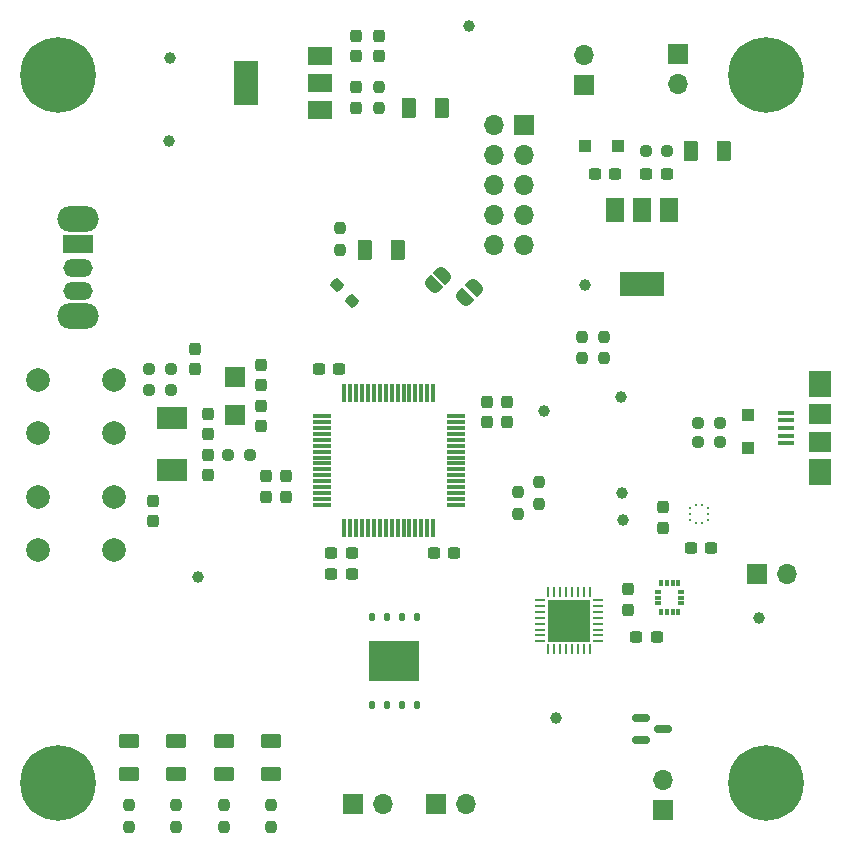
<source format=gbr>
%TF.GenerationSoftware,KiCad,Pcbnew,8.0.3-8.0.3-0~ubuntu22.04.1*%
%TF.CreationDate,2024-06-17T20:55:48-07:00*%
%TF.ProjectId,A1-FlightComputer,41312d46-6c69-4676-9874-436f6d707574,rev?*%
%TF.SameCoordinates,Original*%
%TF.FileFunction,Soldermask,Top*%
%TF.FilePolarity,Negative*%
%FSLAX46Y46*%
G04 Gerber Fmt 4.6, Leading zero omitted, Abs format (unit mm)*
G04 Created by KiCad (PCBNEW 8.0.3-8.0.3-0~ubuntu22.04.1) date 2024-06-17 20:55:48*
%MOMM*%
%LPD*%
G01*
G04 APERTURE LIST*
G04 Aperture macros list*
%AMRoundRect*
0 Rectangle with rounded corners*
0 $1 Rounding radius*
0 $2 $3 $4 $5 $6 $7 $8 $9 X,Y pos of 4 corners*
0 Add a 4 corners polygon primitive as box body*
4,1,4,$2,$3,$4,$5,$6,$7,$8,$9,$2,$3,0*
0 Add four circle primitives for the rounded corners*
1,1,$1+$1,$2,$3*
1,1,$1+$1,$4,$5*
1,1,$1+$1,$6,$7*
1,1,$1+$1,$8,$9*
0 Add four rect primitives between the rounded corners*
20,1,$1+$1,$2,$3,$4,$5,0*
20,1,$1+$1,$4,$5,$6,$7,0*
20,1,$1+$1,$6,$7,$8,$9,0*
20,1,$1+$1,$8,$9,$2,$3,0*%
%AMFreePoly0*
4,1,19,0.499999,-0.750000,0.000000,-0.750000,0.000000,-0.744912,-0.071157,-0.744911,-0.207708,-0.704816,-0.327430,-0.627875,-0.420627,-0.520320,-0.479746,-0.390866,-0.500000,-0.250000,-0.500000,0.250000,-0.479746,0.390866,-0.420627,0.520320,-0.327430,0.627875,-0.207708,0.704816,-0.071157,0.744911,0.000000,0.744912,0.000000,0.750000,0.499999,0.750000,0.499999,-0.750000,0.499999,-0.750000,
$1*%
%AMFreePoly1*
4,1,19,0.000000,0.744912,0.071157,0.744911,0.207708,0.704816,0.327430,0.627875,0.420627,0.520320,0.479746,0.390866,0.500000,0.250000,0.500000,-0.250000,0.479746,-0.390866,0.420627,-0.520320,0.327430,-0.627875,0.207708,-0.704816,0.071157,-0.744911,0.000000,-0.744912,0.000000,-0.750000,-0.499999,-0.750000,-0.499999,0.750000,0.000000,0.750000,0.000000,0.744912,0.000000,0.744912,
$1*%
G04 Aperture macros list end*
%ADD10RoundRect,0.237500X0.300000X0.237500X-0.300000X0.237500X-0.300000X-0.237500X0.300000X-0.237500X0*%
%ADD11RoundRect,0.237500X-0.237500X0.300000X-0.237500X-0.300000X0.237500X-0.300000X0.237500X0.300000X0*%
%ADD12RoundRect,0.250000X-0.625000X0.375000X-0.625000X-0.375000X0.625000X-0.375000X0.625000X0.375000X0*%
%ADD13RoundRect,0.237500X0.237500X-0.300000X0.237500X0.300000X-0.237500X0.300000X-0.237500X-0.300000X0*%
%ADD14FreePoly0,225.000000*%
%ADD15FreePoly1,225.000000*%
%ADD16RoundRect,0.237500X-0.250000X-0.237500X0.250000X-0.237500X0.250000X0.237500X-0.250000X0.237500X0*%
%ADD17RoundRect,0.237500X-0.344715X0.008839X0.008839X-0.344715X0.344715X-0.008839X-0.008839X0.344715X0*%
%ADD18RoundRect,0.250000X0.375000X0.625000X-0.375000X0.625000X-0.375000X-0.625000X0.375000X-0.625000X0*%
%ADD19RoundRect,0.237500X-0.237500X0.250000X-0.237500X-0.250000X0.237500X-0.250000X0.237500X0.250000X0*%
%ADD20C,1.000000*%
%ADD21RoundRect,0.125000X0.125000X-0.200000X0.125000X0.200000X-0.125000X0.200000X-0.125000X-0.200000X0*%
%ADD22R,4.300000X3.400000*%
%ADD23R,1.800000X1.750000*%
%ADD24RoundRect,0.150000X-0.587500X-0.150000X0.587500X-0.150000X0.587500X0.150000X-0.587500X0.150000X0*%
%ADD25RoundRect,0.237500X0.237500X-0.250000X0.237500X0.250000X-0.237500X0.250000X-0.237500X-0.250000X0*%
%ADD26C,6.400000*%
%ADD27RoundRect,0.075000X-0.700000X-0.075000X0.700000X-0.075000X0.700000X0.075000X-0.700000X0.075000X0*%
%ADD28RoundRect,0.075000X-0.075000X-0.700000X0.075000X-0.700000X0.075000X0.700000X-0.075000X0.700000X0*%
%ADD29R,1.700000X1.700000*%
%ADD30O,1.700000X1.700000*%
%ADD31RoundRect,0.250000X-0.300000X0.300000X-0.300000X-0.300000X0.300000X-0.300000X0.300000X0.300000X0*%
%ADD32R,2.500000X1.900000*%
%ADD33R,1.400000X0.400000*%
%ADD34R,1.900000X2.300000*%
%ADD35R,1.900000X1.800000*%
%ADD36C,2.000000*%
%ADD37R,1.500000X2.000000*%
%ADD38R,3.800000X2.000000*%
%ADD39RoundRect,0.237500X-0.300000X-0.237500X0.300000X-0.237500X0.300000X0.237500X-0.300000X0.237500X0*%
%ADD40O,3.500000X2.200000*%
%ADD41R,2.500000X1.500000*%
%ADD42O,2.500000X1.500000*%
%ADD43R,0.351536X0.576580*%
%ADD44R,0.576580X0.351536*%
%ADD45RoundRect,0.062500X0.062500X-0.375000X0.062500X0.375000X-0.062500X0.375000X-0.062500X-0.375000X0*%
%ADD46RoundRect,0.062500X0.375000X-0.062500X0.375000X0.062500X-0.375000X0.062500X-0.375000X-0.062500X0*%
%ADD47R,3.600000X3.600000*%
%ADD48R,0.254000X0.279400*%
%ADD49R,0.279400X0.254000*%
%ADD50R,2.000000X1.500000*%
%ADD51R,2.000000X3.800000*%
%ADD52RoundRect,0.250000X0.300000X0.300000X-0.300000X0.300000X-0.300000X-0.300000X0.300000X-0.300000X0*%
G04 APERTURE END LIST*
D10*
%TO.C,C207*%
X152551300Y-89692000D03*
X150826300Y-89692000D03*
%TD*%
D11*
%TO.C,C304*%
X175950000Y-92787500D03*
X175950000Y-94512500D03*
%TD*%
D12*
%TO.C,D303*%
X137700000Y-105600000D03*
X137700000Y-108400000D03*
%TD*%
D13*
%TO.C,C401*%
X154850000Y-47633100D03*
X154850000Y-45908100D03*
%TD*%
D14*
%TO.C,JP201*%
X160300000Y-66150000D03*
D15*
X159380762Y-67069238D03*
%TD*%
D16*
%TO.C,R201*%
X135402700Y-75960800D03*
X137227700Y-75960800D03*
%TD*%
D12*
%TO.C,D304*%
X133700000Y-105600000D03*
X133700000Y-108400000D03*
%TD*%
%TO.C,D301*%
X145700000Y-105600000D03*
X145700000Y-108400000D03*
%TD*%
D17*
%TO.C,R203*%
X151254765Y-67059530D03*
X152545235Y-68350000D03*
%TD*%
D18*
%TO.C,D201*%
X156450000Y-64050000D03*
X153650000Y-64050000D03*
%TD*%
D19*
%TO.C,R305*%
X137700000Y-111087500D03*
X137700000Y-112912500D03*
%TD*%
D13*
%TO.C,C302*%
X178917600Y-87579200D03*
X178917600Y-85854200D03*
%TD*%
D16*
%TO.C,R204*%
X142089500Y-81381600D03*
X143914500Y-81381600D03*
%TD*%
D11*
%TO.C,C214*%
X163982400Y-76912300D03*
X163982400Y-78637300D03*
%TD*%
D20*
%TO.C,TP204*%
X137150000Y-47800000D03*
%TD*%
%TO.C,TP401*%
X162486800Y-45106000D03*
%TD*%
%TO.C,TP206*%
X187000000Y-95200000D03*
%TD*%
D19*
%TO.C,R402*%
X154850000Y-50225000D03*
X154850000Y-52050000D03*
%TD*%
D21*
%TO.C,U202*%
X154228800Y-102597600D03*
X155498800Y-102597600D03*
X156768800Y-102597600D03*
X158038800Y-102597600D03*
X158038800Y-95097600D03*
X156768800Y-95097600D03*
X155498800Y-95097600D03*
X154228800Y-95097600D03*
D22*
X156133800Y-98847600D03*
%TD*%
D11*
%TO.C,C201*%
X144840000Y-73813500D03*
X144840000Y-75538500D03*
%TD*%
D23*
%TO.C,Y201*%
X142655600Y-78028200D03*
X142655600Y-74778200D03*
%TD*%
D14*
%TO.C,JP202*%
X162950000Y-67200000D03*
D15*
X162030762Y-68119238D03*
%TD*%
D20*
%TO.C,TP402*%
X172310000Y-67005600D03*
%TD*%
%TO.C,TP201*%
X175449200Y-84614000D03*
%TD*%
D24*
%TO.C,Q301*%
X177007200Y-103650000D03*
X177007200Y-105550000D03*
X178882200Y-104600000D03*
%TD*%
D10*
%TO.C,C402*%
X174824000Y-57658800D03*
X173099000Y-57658800D03*
%TD*%
D25*
%TO.C,R206*%
X172000000Y-73225000D03*
X172000000Y-71400000D03*
%TD*%
D26*
%TO.C,H104*%
X127678000Y-109200000D03*
%TD*%
D27*
%TO.C,U201*%
X150003000Y-78139400D03*
X150003000Y-78639400D03*
X150003000Y-79139400D03*
X150003000Y-79639400D03*
X150003000Y-80139400D03*
X150003000Y-80639400D03*
X150003000Y-81139400D03*
X150003000Y-81639400D03*
X150003000Y-82139400D03*
X150003000Y-82639400D03*
X150003000Y-83139400D03*
X150003000Y-83639400D03*
X150003000Y-84139400D03*
X150003000Y-84639400D03*
X150003000Y-85139400D03*
X150003000Y-85639400D03*
D28*
X151928000Y-87564400D03*
X152428000Y-87564400D03*
X152928000Y-87564400D03*
X153428000Y-87564400D03*
X153928000Y-87564400D03*
X154428000Y-87564400D03*
X154928000Y-87564400D03*
X155428000Y-87564400D03*
X155928000Y-87564400D03*
X156428000Y-87564400D03*
X156928000Y-87564400D03*
X157428000Y-87564400D03*
X157928000Y-87564400D03*
X158428000Y-87564400D03*
X158928000Y-87564400D03*
X159428000Y-87564400D03*
D27*
X161353000Y-85639400D03*
X161353000Y-85139400D03*
X161353000Y-84639400D03*
X161353000Y-84139400D03*
X161353000Y-83639400D03*
X161353000Y-83139400D03*
X161353000Y-82639400D03*
X161353000Y-82139400D03*
X161353000Y-81639400D03*
X161353000Y-81139400D03*
X161353000Y-80639400D03*
X161353000Y-80139400D03*
X161353000Y-79639400D03*
X161353000Y-79139400D03*
X161353000Y-78639400D03*
X161353000Y-78139400D03*
D28*
X159428000Y-76214400D03*
X158928000Y-76214400D03*
X158428000Y-76214400D03*
X157928000Y-76214400D03*
X157428000Y-76214400D03*
X156928000Y-76214400D03*
X156428000Y-76214400D03*
X155928000Y-76214400D03*
X155428000Y-76214400D03*
X154928000Y-76214400D03*
X154428000Y-76214400D03*
X153928000Y-76214400D03*
X153428000Y-76214400D03*
X152928000Y-76214400D03*
X152428000Y-76214400D03*
X151928000Y-76214400D03*
%TD*%
D20*
%TO.C,TP207*%
X139550000Y-91775000D03*
%TD*%
D19*
%TO.C,R205*%
X173900000Y-71400000D03*
X173900000Y-73225000D03*
%TD*%
D29*
%TO.C,J301*%
X178875000Y-111450000D03*
D30*
X178875000Y-108910000D03*
%TD*%
D20*
%TO.C,TP205*%
X175300000Y-76500000D03*
%TD*%
D11*
%TO.C,C405*%
X152868800Y-50276900D03*
X152868800Y-52001900D03*
%TD*%
D31*
%TO.C,D402*%
X186073100Y-78033100D03*
X186073100Y-80833100D03*
%TD*%
D32*
%TO.C,Y202*%
X137312400Y-82702400D03*
X137312400Y-78302400D03*
%TD*%
D33*
%TO.C,J402*%
X189350000Y-80432600D03*
X189350000Y-79782600D03*
X189350000Y-79132600D03*
X189350000Y-78482600D03*
X189350000Y-77832600D03*
D34*
X192200000Y-82882600D03*
D35*
X192200000Y-80282600D03*
X192200000Y-77982600D03*
D34*
X192200000Y-75382600D03*
%TD*%
D36*
%TO.C,SW202*%
X125950000Y-84937600D03*
X132450000Y-84937600D03*
X125950000Y-89437600D03*
X132450000Y-89437600D03*
%TD*%
D29*
%TO.C,J302*%
X186875000Y-91485000D03*
D30*
X189415000Y-91485000D03*
%TD*%
D13*
%TO.C,C212*%
X145293600Y-84958500D03*
X145293600Y-83233500D03*
%TD*%
D18*
%TO.C,D403*%
X184100000Y-55650000D03*
X181300000Y-55650000D03*
%TD*%
D20*
%TO.C,TP208*%
X168859200Y-77673200D03*
%TD*%
D37*
%TO.C,U401*%
X179410000Y-60655600D03*
X177110000Y-60655600D03*
D38*
X177110000Y-66955600D03*
D37*
X174810000Y-60655600D03*
%TD*%
D39*
%TO.C,C210*%
X149749700Y-74121400D03*
X151474700Y-74121400D03*
%TD*%
D40*
%TO.C,SW203*%
X129350000Y-61450000D03*
X129350000Y-69650000D03*
D41*
X129350000Y-63550000D03*
D42*
X129350000Y-65550000D03*
X129350000Y-67550000D03*
%TD*%
D16*
%TO.C,R401*%
X177414800Y-55677600D03*
X179239800Y-55677600D03*
%TD*%
D19*
%TO.C,R304*%
X141700000Y-111087500D03*
X141700000Y-112912500D03*
%TD*%
D18*
%TO.C,D404*%
X160214400Y-52053600D03*
X157414400Y-52053600D03*
%TD*%
D16*
%TO.C,R208*%
X181857600Y-78675400D03*
X183682600Y-78675400D03*
%TD*%
D39*
%TO.C,C404*%
X177466700Y-57658800D03*
X179191700Y-57658800D03*
%TD*%
D43*
%TO.C,U302*%
X180200000Y-92279400D03*
X179699999Y-92279400D03*
X179199999Y-92279400D03*
X178699998Y-92279400D03*
D44*
X178493699Y-92989701D03*
X178493699Y-93489700D03*
X178493699Y-93989699D03*
D43*
X178699998Y-94700000D03*
X179199999Y-94700000D03*
X179699999Y-94700000D03*
X180200000Y-94700000D03*
D44*
X180406299Y-93989699D03*
X180406299Y-93489700D03*
X180406299Y-92989701D03*
%TD*%
D10*
%TO.C,C209*%
X161238100Y-89712800D03*
X159513100Y-89712800D03*
%TD*%
D20*
%TO.C,TP203*%
X169800000Y-103650000D03*
%TD*%
D29*
%TO.C,J202*%
X152660000Y-111000000D03*
D30*
X155200000Y-111000000D03*
%TD*%
D16*
%TO.C,R207*%
X181859500Y-80301000D03*
X183684500Y-80301000D03*
%TD*%
D39*
%TO.C,C301*%
X181255500Y-89255600D03*
X182980500Y-89255600D03*
%TD*%
D26*
%TO.C,H103*%
X187622000Y-109200000D03*
%TD*%
D29*
%TO.C,J201*%
X159660000Y-111000000D03*
D30*
X162200000Y-111000000D03*
%TD*%
D19*
%TO.C,R303*%
X145700000Y-111087500D03*
X145700000Y-112912500D03*
%TD*%
D16*
%TO.C,R202*%
X135402700Y-74160800D03*
X137227700Y-74160800D03*
%TD*%
D45*
%TO.C,U303*%
X169200000Y-97887500D03*
X169700000Y-97887500D03*
X170200000Y-97887500D03*
X170700000Y-97887500D03*
X171200000Y-97887500D03*
X171700000Y-97887500D03*
X172200000Y-97887500D03*
X172700000Y-97887500D03*
D46*
X173387500Y-97200000D03*
X173387500Y-96700000D03*
X173387500Y-96200000D03*
X173387500Y-95700000D03*
X173387500Y-95200000D03*
X173387500Y-94700000D03*
X173387500Y-94200000D03*
X173387500Y-93700000D03*
D45*
X172700000Y-93012500D03*
X172200000Y-93012500D03*
X171700000Y-93012500D03*
X171200000Y-93012500D03*
X170700000Y-93012500D03*
X170200000Y-93012500D03*
X169700000Y-93012500D03*
X169200000Y-93012500D03*
D46*
X168512500Y-93700000D03*
X168512500Y-94200000D03*
X168512500Y-94700000D03*
X168512500Y-95200000D03*
X168512500Y-95700000D03*
X168512500Y-96200000D03*
X168512500Y-96700000D03*
X168512500Y-97200000D03*
D47*
X170950000Y-95450000D03*
%TD*%
D13*
%TO.C,C204*%
X140372200Y-83107700D03*
X140372200Y-81382700D03*
%TD*%
%TO.C,C211*%
X146970000Y-84958500D03*
X146970000Y-83233500D03*
%TD*%
D36*
%TO.C,SW201*%
X132450000Y-79552800D03*
X125950000Y-79552800D03*
X132450000Y-75052800D03*
X125950000Y-75052800D03*
%TD*%
D19*
%TO.C,R306*%
X133700000Y-111087500D03*
X133700000Y-112912500D03*
%TD*%
D11*
%TO.C,C203*%
X140372200Y-77928300D03*
X140372200Y-79653300D03*
%TD*%
D20*
%TO.C,TP202*%
X175500000Y-86900000D03*
%TD*%
D13*
%TO.C,C202*%
X144840000Y-78992900D03*
X144840000Y-77267900D03*
%TD*%
D25*
%TO.C,R301*%
X166624000Y-86408900D03*
X166624000Y-84583900D03*
%TD*%
D48*
%TO.C,U301*%
X181668237Y-87178374D03*
X182168363Y-87178374D03*
D49*
X182667600Y-86929200D03*
X182667600Y-86429074D03*
X182667600Y-85928948D03*
D48*
X182168363Y-85679774D03*
X181668237Y-85679774D03*
D49*
X181169000Y-85928948D03*
X181169000Y-86429074D03*
X181169000Y-86929200D03*
%TD*%
D11*
%TO.C,C205*%
X135686800Y-85294300D03*
X135686800Y-87019300D03*
%TD*%
D19*
%TO.C,R209*%
X151544800Y-62242000D03*
X151544800Y-64067000D03*
%TD*%
D11*
%TO.C,C213*%
X165658800Y-76912300D03*
X165658800Y-78637300D03*
%TD*%
D26*
%TO.C,H102*%
X187622000Y-49256000D03*
%TD*%
D29*
%TO.C,J203*%
X167100000Y-53480000D03*
D30*
X164560000Y-53480000D03*
X167100000Y-56020000D03*
X164560000Y-56020000D03*
X167100000Y-58560000D03*
X164560000Y-58560000D03*
X167100000Y-61100000D03*
X164560000Y-61100000D03*
X167100000Y-63640000D03*
X164560000Y-63640000D03*
%TD*%
D11*
%TO.C,C206*%
X139265200Y-72433100D03*
X139265200Y-74158100D03*
%TD*%
D19*
%TO.C,R302*%
X168402000Y-83720300D03*
X168402000Y-85545300D03*
%TD*%
D29*
%TO.C,J401*%
X172239400Y-50071000D03*
D30*
X172239400Y-47531000D03*
%TD*%
D10*
%TO.C,C303*%
X178362500Y-96800000D03*
X176637500Y-96800000D03*
%TD*%
D26*
%TO.C,H101*%
X127678000Y-49256000D03*
%TD*%
D12*
%TO.C,D302*%
X141700000Y-105600000D03*
X141700000Y-108400000D03*
%TD*%
D50*
%TO.C,U402*%
X149872000Y-52220200D03*
X149872000Y-49920200D03*
D51*
X143572000Y-49920200D03*
D50*
X149872000Y-47620200D03*
%TD*%
D52*
%TO.C,D401*%
X175100000Y-55248800D03*
X172300000Y-55248800D03*
%TD*%
D29*
%TO.C,SW401*%
X180200000Y-47460000D03*
D30*
X180200000Y-50000000D03*
%TD*%
D20*
%TO.C,TP403*%
X137100000Y-54850000D03*
%TD*%
D13*
%TO.C,C403*%
X152868800Y-47634200D03*
X152868800Y-45909200D03*
%TD*%
D10*
%TO.C,C208*%
X152551300Y-91490800D03*
X150826300Y-91490800D03*
%TD*%
M02*

</source>
